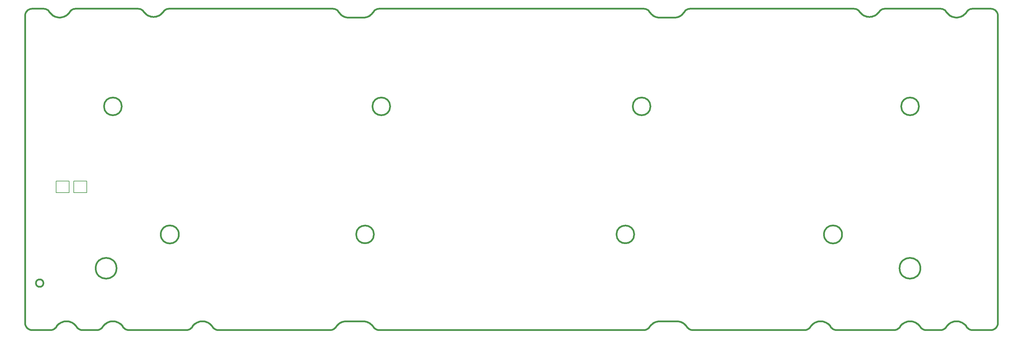
<source format=gbr>
%TF.GenerationSoftware,KiCad,Pcbnew,8.99.0-946-gf00a1ab517*%
%TF.CreationDate,2024-06-06T17:08:16+07:00*%
%TF.ProjectId,Sebas_nuxros,53656261-735f-46e7-9578-726f732e6b69,rev?*%
%TF.SameCoordinates,Original*%
%TF.FileFunction,Profile,NP*%
%FSLAX46Y46*%
G04 Gerber Fmt 4.6, Leading zero omitted, Abs format (unit mm)*
G04 Created by KiCad (PCBNEW 8.99.0-946-gf00a1ab517) date 2024-06-06 17:08:16*
%MOMM*%
%LPD*%
G01*
G04 APERTURE LIST*
%TA.AperFunction,Profile*%
%ADD10C,0.500000*%
%TD*%
%TA.AperFunction,Profile*%
%ADD11C,0.150000*%
%TD*%
G04 APERTURE END LIST*
D10*
X58047022Y-117756353D02*
X58299264Y-117895712D01*
X286150845Y-24060720D02*
X285883480Y-23960996D01*
X25155651Y-117376858D02*
X25326196Y-117144561D01*
X35665705Y-23880000D02*
X17352373Y-23880000D01*
X185263043Y-117376868D02*
X185433613Y-117144596D01*
X36940380Y-24338827D02*
X36715902Y-24177912D01*
X286629727Y-117591494D02*
X286831504Y-117389717D01*
X101935241Y-115529585D02*
X102322074Y-115595291D01*
X104879214Y-117582186D02*
X105108809Y-117756341D01*
X278377074Y-117376854D02*
X278579249Y-117582222D01*
X96178321Y-115529532D02*
X96570085Y-115507542D01*
X106199577Y-118080000D02*
X183740498Y-118080000D01*
X276515451Y-115746836D02*
X276854120Y-115900134D01*
X37312591Y-24745202D02*
X37140549Y-24529133D01*
X11775719Y-26331554D02*
X11422568Y-26214944D01*
X185057101Y-24378437D02*
X184827427Y-24204045D01*
X10190820Y-25399649D02*
X9945500Y-25120130D01*
X263261458Y-115900134D02*
X263581956Y-116088488D01*
X50664099Y-117895706D02*
X50916340Y-117756345D01*
X43917878Y-24049443D02*
X43673367Y-24177895D01*
X270875188Y-23900792D02*
X270587639Y-23880000D01*
X251536951Y-25765823D02*
X251204046Y-25940717D01*
X259147501Y-116561490D02*
X259421059Y-116309772D01*
X231640794Y-117895734D02*
X231893038Y-117756373D01*
X185659900Y-52493851D02*
G75*
G02*
X180459900Y-52493851I-2600000J0D01*
G01*
X180459900Y-52493851D02*
G75*
G02*
X185659900Y-52493851I2600000J0D01*
G01*
X246490795Y-24338841D02*
X246266316Y-24177932D01*
X105364961Y-24064543D02*
X105112599Y-24204085D01*
X187617966Y-115595270D02*
X188004803Y-115529567D01*
X4056535Y-23961013D02*
X3789170Y-24060735D01*
X103728821Y-25691475D02*
X103408650Y-25918763D01*
X43448886Y-24338810D02*
X43248716Y-24529118D01*
X94211109Y-24584044D02*
X94008905Y-24378434D01*
X29899779Y-115900133D02*
X30220277Y-116088487D01*
X194113253Y-26108789D02*
X193750517Y-26259100D01*
X264986606Y-117582194D02*
X265216201Y-117756359D01*
X231371139Y-117997395D02*
X231640794Y-117895734D01*
X4620000Y-118080000D02*
X10040466Y-118080000D01*
X35941242Y-23899062D02*
X35665705Y-23880000D01*
X54667559Y-115512481D02*
X55037209Y-115551910D01*
X275799050Y-115551911D02*
X276162434Y-115630324D01*
X16627608Y-116088545D02*
X16926318Y-116309822D01*
X103725131Y-116270747D02*
X104017755Y-116532144D01*
X236377273Y-115630323D02*
X236730291Y-115746835D01*
X274689251Y-26410032D02*
X274325722Y-26331554D01*
X260731956Y-115630324D02*
X261095340Y-115551911D01*
X14882414Y-115512557D02*
X15252059Y-115551984D01*
X186214899Y-116270730D02*
X186534944Y-116043727D01*
X28844709Y-115551910D02*
X29208093Y-115630323D01*
X29561111Y-115746835D02*
X29899779Y-115900133D01*
X58299264Y-117895712D02*
X58568916Y-117997373D01*
X94095766Y-116532093D02*
X94388395Y-116270691D01*
X233527272Y-116088487D02*
X233847771Y-115900133D01*
X56711491Y-116309771D02*
X56985049Y-116561490D01*
X18783729Y-117997412D02*
X19065191Y-118059264D01*
X2800738Y-25049170D02*
X2701017Y-25316535D01*
X11083785Y-26061521D02*
X10763194Y-25873017D01*
X40941322Y-26178731D02*
X40570149Y-26239104D01*
X252397417Y-25042948D02*
X252137101Y-25314332D01*
X2640361Y-25595370D02*
X2620000Y-25880000D01*
X275057652Y-115512482D02*
X275429400Y-115512482D01*
X259719772Y-116088487D02*
X260040271Y-115900134D01*
X2640358Y-116364629D02*
X2701016Y-116643463D01*
X196105411Y-116824610D02*
X196332566Y-117144561D01*
X285320012Y-23880000D02*
X279902376Y-23880000D01*
X104882926Y-24378468D02*
X104680718Y-24584066D01*
X236013889Y-115551910D02*
X236377273Y-115630323D01*
X38402756Y-25765822D02*
X38090536Y-25556221D01*
X52871091Y-115900133D02*
X53209759Y-115746836D01*
X10464415Y-25651559D02*
X10190820Y-25399649D01*
X271156762Y-23962701D02*
X270875188Y-23900792D01*
X17064824Y-23900783D02*
X16783250Y-23962692D01*
X277749192Y-25399649D02*
X277475598Y-25651560D01*
X237068959Y-115900133D02*
X237389457Y-116088487D01*
X278808843Y-117756398D02*
X279061087Y-117895767D01*
X104697501Y-90030000D02*
G75*
G02*
X99497501Y-90030000I-2600000J0D01*
G01*
X99497501Y-90030000D02*
G75*
G02*
X104697501Y-90030000I2600000J0D01*
G01*
X193750517Y-26259100D02*
X193373226Y-26367834D01*
X195069740Y-25429778D02*
X194777042Y-25691502D01*
X276854120Y-115900134D02*
X277174618Y-116088487D01*
X266306990Y-118080000D02*
X270587401Y-118080000D01*
X26678591Y-115900133D02*
X27017259Y-115746836D01*
X246266316Y-24177932D02*
X246021811Y-24049481D01*
X270874832Y-118059238D02*
X271156295Y-117997383D01*
X3789172Y-117899255D02*
X4056536Y-117998976D01*
X239827059Y-118059240D02*
X240114490Y-118080000D01*
X231893038Y-117756373D02*
X232122634Y-117582205D01*
X258315134Y-117582205D02*
X258517314Y-117376847D01*
X93234335Y-117582182D02*
X93436519Y-117376833D01*
X195558368Y-24816601D02*
X195331279Y-25136916D01*
X9731224Y-24816159D02*
X9560676Y-24583711D01*
X25785821Y-116561490D02*
X26059379Y-116309771D01*
X277473332Y-116309771D02*
X277746890Y-116561490D01*
X195231182Y-116043685D02*
X195551239Y-116270690D01*
X41303875Y-26078884D02*
X40941322Y-26178731D01*
X279061087Y-117895767D02*
X279330744Y-117997434D01*
X31624926Y-117582190D02*
X31854522Y-117756353D01*
X14141027Y-115551984D02*
X14510672Y-115512557D01*
X286629737Y-24368489D02*
X286401297Y-24197479D01*
X24723864Y-117756375D02*
X24953464Y-117582211D01*
X17445192Y-116840839D02*
X17659501Y-117144588D01*
X287238990Y-116643463D02*
X287299647Y-116364629D01*
X194456870Y-25918792D02*
X194113253Y-26108789D01*
X32376416Y-117997373D02*
X32657879Y-118059226D01*
X94708445Y-116043687D02*
X95051894Y-115853936D01*
X53562776Y-115630323D02*
X53926160Y-115551910D01*
X238794106Y-117582194D02*
X239023701Y-117756359D01*
X275430960Y-26449494D02*
X275059056Y-26449494D01*
X14626816Y-25873017D02*
X14306224Y-26061522D01*
X232495376Y-117144561D02*
X232709684Y-116840804D01*
X19352620Y-118080000D02*
X23633060Y-118080000D01*
X186874952Y-26108784D02*
X186531334Y-25918788D01*
X232709684Y-116840804D02*
X232955001Y-116561490D01*
X287299656Y-25595369D02*
X287239000Y-25316532D01*
X93004740Y-117756345D02*
X93234335Y-117582182D01*
X57817426Y-117582190D02*
X58047022Y-117756353D01*
X285604643Y-23900336D02*
X285320012Y-23880000D01*
X263880670Y-116309772D02*
X264154228Y-116561491D01*
X97345904Y-26455644D02*
X96953878Y-26433620D01*
X278379321Y-24583701D02*
X278208788Y-24816159D01*
X187237688Y-26259096D02*
X186874952Y-26108784D01*
X95791480Y-115595233D02*
X96178321Y-115529532D01*
X230802240Y-118080000D02*
X231089673Y-118059245D01*
X272740823Y-25399649D02*
X272495503Y-25120130D01*
X273972571Y-26214944D02*
X273633788Y-26061521D01*
X185918456Y-25429783D02*
X185656909Y-25136927D01*
X52550592Y-116088487D02*
X52871091Y-115900133D01*
X277174618Y-116088487D02*
X277473332Y-116309771D01*
X105916408Y-23900798D02*
X105634767Y-23962742D01*
X274324617Y-115630324D02*
X274688001Y-115551911D01*
X50112989Y-118059230D02*
X50394449Y-117997371D01*
X52251879Y-116309771D02*
X52550592Y-116088487D01*
X188396563Y-115507638D02*
X193369510Y-115507542D01*
X104283067Y-25136903D02*
X104021521Y-25429757D01*
X279333241Y-23962669D02*
X279063487Y-24064413D01*
X57444673Y-117144561D02*
X57615244Y-117376838D01*
X105912153Y-118059204D02*
X106199577Y-118080000D01*
X276162434Y-115630324D02*
X276515451Y-115746836D01*
X41653623Y-25940717D02*
X41303875Y-26078884D01*
X258902184Y-116840804D02*
X259147501Y-116561490D01*
X104021521Y-25429757D02*
X103728821Y-25691475D01*
X13085973Y-115900197D02*
X13424637Y-115746904D01*
X56092279Y-115900133D02*
X56412777Y-116088487D01*
X265738095Y-117997385D02*
X266019559Y-118059240D01*
X239275943Y-117895721D02*
X239545595Y-117997385D01*
X273971600Y-115746836D02*
X274324617Y-115630324D01*
X239545595Y-117997385D02*
X239827059Y-118059240D01*
X10879009Y-117895737D02*
X11131253Y-117756382D01*
X32657879Y-118059226D02*
X32945309Y-118080000D01*
X278579249Y-117582222D02*
X278808843Y-117756398D01*
X192594102Y-26455652D02*
X188394102Y-26455652D01*
X197738272Y-118059231D02*
X198025703Y-118080000D01*
X91913960Y-118080000D02*
X92201389Y-118059230D01*
X30792549Y-116561490D02*
X31037866Y-116840803D01*
X271908472Y-24378218D02*
X271678827Y-24203920D01*
X104680718Y-24584066D02*
X104510166Y-24816598D01*
X15199189Y-25399649D02*
X14925595Y-25651560D01*
X106204030Y-23880000D02*
X105916408Y-23900798D01*
X36471395Y-24049457D02*
X36211523Y-23955912D01*
X8037636Y-23880000D02*
X4620000Y-23880000D01*
X271678827Y-24203920D02*
X271426510Y-24064448D01*
X57230366Y-116840803D02*
X57444673Y-117144561D01*
X194777042Y-25691502D02*
X194456870Y-25918792D01*
X101543484Y-115507592D02*
X101935241Y-115529585D01*
X265468443Y-117895721D02*
X265738095Y-117997385D01*
X272110672Y-24583721D02*
X271908472Y-24378218D01*
X23920494Y-118059243D02*
X24201961Y-117997393D01*
X278811165Y-24203885D02*
X278581519Y-24378189D01*
X287320012Y-25880000D02*
X287299656Y-25595369D01*
X44448040Y-23899061D02*
X44177754Y-23955903D01*
X193761280Y-115529528D02*
X194148128Y-115595229D01*
X93257054Y-23962694D02*
X92975405Y-23900755D01*
X259421059Y-116309772D02*
X259719772Y-116088487D01*
X31422744Y-117376838D02*
X31624926Y-117582190D01*
X13967441Y-26214945D02*
X13614291Y-26331554D01*
X30878666Y-52493818D02*
G75*
G02*
X25678666Y-52493818I-2600000J0D01*
G01*
X25678666Y-52493818D02*
G75*
G02*
X30878666Y-52493818I2600000J0D01*
G01*
X275800764Y-26410032D02*
X275430960Y-26449494D01*
X27370276Y-115630323D02*
X27733660Y-115551910D01*
X44177754Y-23955903D02*
X43917878Y-24049443D01*
X104510166Y-24816598D02*
X104283067Y-25136903D01*
X195331279Y-25136916D02*
X195069740Y-25429778D01*
X195551239Y-116270690D02*
X195843875Y-116532093D01*
X248998385Y-26178731D02*
X248635832Y-26078884D01*
X10327895Y-118059243D02*
X10609357Y-117997394D01*
X104279281Y-116824653D02*
X104506452Y-117144579D01*
X51348119Y-117376833D02*
X51518696Y-117144561D01*
X15658785Y-24816159D02*
X15444509Y-25120130D01*
X3310279Y-24368500D02*
X3108502Y-24570278D01*
X96189498Y-26259085D02*
X95826766Y-26108770D01*
X286401297Y-24197479D02*
X286150845Y-24060720D01*
X39085409Y-26078884D02*
X38735661Y-25940716D01*
X265216201Y-117756359D02*
X265468443Y-117895721D01*
X196934915Y-117756355D02*
X197187157Y-117895715D01*
X105630696Y-117997351D02*
X105912153Y-118059204D01*
X262922790Y-115746836D02*
X263261458Y-115900134D01*
X43076692Y-24745202D02*
X42846994Y-25042948D01*
X196332566Y-117144561D02*
X196503137Y-117376839D01*
X9945500Y-25120130D02*
X9731224Y-24816159D01*
X93436519Y-117376833D02*
X93607096Y-117144561D01*
X2701016Y-116643463D02*
X2800738Y-116910827D01*
X194525190Y-115703819D02*
X194887727Y-115853933D01*
X103061645Y-115853998D02*
X103405087Y-116043747D01*
X185060861Y-117582214D02*
X185263043Y-117376868D01*
X23633060Y-118080000D02*
X23920494Y-118059243D01*
X42586678Y-25314332D02*
X42298748Y-25556221D01*
X252627115Y-24745202D02*
X252397417Y-25042948D01*
X187614978Y-26367834D02*
X187237688Y-26259096D01*
X92201389Y-118059230D02*
X92482849Y-117997371D01*
X44723579Y-23880000D02*
X44448040Y-23899061D01*
X251204046Y-25940717D02*
X250854298Y-26078884D01*
X186878389Y-115853975D02*
X187240915Y-115703861D01*
X252999327Y-24338829D02*
X252799157Y-24529134D01*
X15252059Y-115551984D02*
X15615437Y-115630395D01*
X261095340Y-115551911D02*
X261464990Y-115512482D01*
X237389457Y-116088487D02*
X237688171Y-116309771D01*
X276856227Y-26061522D02*
X276517444Y-26214945D01*
X277475598Y-25651560D02*
X277176819Y-25873017D01*
X93834238Y-116824609D02*
X94095766Y-116532093D01*
X14306224Y-26061522D02*
X13967441Y-26214945D01*
X12765478Y-116088545D02*
X13085973Y-115900197D01*
X238207046Y-116840803D02*
X238421353Y-117144561D01*
X102325020Y-26367824D02*
X101937929Y-26433628D01*
X238421353Y-117144561D02*
X238591924Y-117376840D01*
X94388395Y-116270691D02*
X94708445Y-116043687D01*
X180897500Y-90030000D02*
G75*
G02*
X175697500Y-90030000I-2600000J0D01*
G01*
X175697500Y-90030000D02*
G75*
G02*
X180897500Y-90030000I2600000J0D01*
G01*
X4335371Y-118059632D02*
X4620000Y-118080000D01*
X260040271Y-115900134D02*
X260378939Y-115746836D01*
X105634767Y-23962742D02*
X105364961Y-24064543D01*
X248286084Y-25940716D02*
X247953179Y-25765822D01*
X51978321Y-116561490D02*
X52251879Y-116309771D01*
X266019559Y-118059240D02*
X266306990Y-118080000D01*
X235272491Y-115512481D02*
X235644239Y-115512481D01*
X18514078Y-117895749D02*
X18783729Y-117997412D01*
X28103311Y-115512481D02*
X28475059Y-115512481D01*
X237688171Y-116309771D02*
X237961729Y-116561490D01*
X272281227Y-24816159D02*
X272110672Y-24583721D01*
X195931126Y-24378467D02*
X195728918Y-24584066D01*
X92482849Y-117997371D02*
X92752499Y-117895706D01*
X39447962Y-26178731D02*
X39085409Y-26078884D01*
X17830067Y-117376868D02*
X18032245Y-117582223D01*
X3108504Y-117389716D02*
X3310281Y-117591492D01*
X105108809Y-117756341D02*
X105361049Y-117895693D01*
X247953179Y-25765822D02*
X247640959Y-25556221D01*
X251849171Y-25556221D02*
X251536951Y-25765823D01*
X196705319Y-117582191D02*
X196934915Y-117756355D01*
X11422568Y-26214944D02*
X11083785Y-26061521D01*
X271426510Y-24064448D02*
X271156762Y-23962701D01*
X231089673Y-118059245D02*
X231371139Y-117997395D01*
X58850379Y-118059226D02*
X59137809Y-118080000D01*
X12193211Y-116561533D02*
X12466768Y-116309822D01*
X277176819Y-25873017D02*
X276856227Y-26061522D01*
X245761941Y-23955939D02*
X245491662Y-23899088D01*
X188004803Y-115529567D02*
X188396563Y-115507638D01*
X287139279Y-25049165D02*
X287002522Y-24798711D01*
X234902840Y-115551910D02*
X235272491Y-115512481D01*
X11360850Y-117582224D02*
X11563035Y-117376876D01*
X262569773Y-115630324D02*
X262922790Y-115746836D01*
X103405087Y-116043747D02*
X103725131Y-116270747D01*
X2800738Y-116910827D02*
X2937496Y-117161277D01*
X287239000Y-25316532D02*
X287139279Y-25049165D01*
X13614291Y-26331554D02*
X13250761Y-26410032D01*
X257282173Y-118059245D02*
X257563639Y-117997395D01*
X270587639Y-23880000D02*
X254274002Y-23880000D01*
X271156295Y-117997383D02*
X271425947Y-117895719D01*
X8325189Y-23900749D02*
X8037636Y-23880000D01*
X13777649Y-115630395D02*
X14141027Y-115551984D01*
X56412777Y-116088487D02*
X56711491Y-116309771D01*
X197187157Y-117895715D02*
X197456809Y-117997377D01*
X57615244Y-117376838D02*
X57817426Y-117582190D01*
X276517444Y-26214945D02*
X276164294Y-26331554D01*
X54295811Y-115512481D02*
X54667559Y-115512481D01*
X263581956Y-116088488D02*
X263880670Y-116309772D01*
X16513503Y-24064441D02*
X16261188Y-24203916D01*
X27733660Y-115551910D02*
X28103311Y-115512481D01*
X10609357Y-117997394D02*
X10879009Y-117895737D01*
X95162982Y-25691482D02*
X94870286Y-25429760D01*
X101937929Y-26433628D02*
X101545904Y-26455644D01*
X232324814Y-117376847D02*
X232495376Y-117144561D01*
X16783250Y-23962692D02*
X16513503Y-24064441D01*
X24201961Y-117997393D02*
X24471617Y-117895733D01*
X196413163Y-24064542D02*
X196160800Y-24204084D01*
X95051894Y-115853936D02*
X95414424Y-115703822D01*
X196503137Y-117376839D02*
X196705319Y-117582191D01*
X272280537Y-117144561D02*
X272494845Y-116840804D01*
X13424637Y-115746904D02*
X13777649Y-115630395D01*
X275059056Y-26449494D02*
X274689251Y-26410032D01*
X273633788Y-26061521D02*
X273313197Y-25873017D01*
X277992207Y-116840803D02*
X278206514Y-117144561D01*
X285883475Y-117998983D02*
X286150838Y-117899260D01*
X28475059Y-115512481D02*
X28844709Y-115551910D01*
X51733004Y-116840804D02*
X51978321Y-116561490D01*
X277994512Y-25120130D02*
X277749192Y-25399649D01*
X279614821Y-23900770D02*
X279333241Y-23962669D01*
X17352373Y-23880000D02*
X17064824Y-23900783D01*
X250854298Y-26078884D02*
X250491745Y-26178731D01*
X4620000Y-23880000D02*
X4335370Y-23900357D01*
X272109967Y-117376840D02*
X272280537Y-117144561D01*
X96953878Y-26433620D02*
X96566785Y-26367825D01*
X36715902Y-24177912D02*
X36471395Y-24049457D01*
X93526866Y-24064495D02*
X93257054Y-23962694D01*
X18261838Y-117756389D02*
X18514078Y-117895749D01*
X55037209Y-115551910D02*
X55400593Y-115630323D01*
X246021811Y-24049481D02*
X245761941Y-23955939D01*
X261464990Y-115512482D02*
X261836738Y-115512482D01*
X12509053Y-26449494D02*
X12139248Y-26410032D01*
X25540504Y-116840804D02*
X25785821Y-116561490D01*
X94008905Y-24378434D02*
X93779232Y-24204043D01*
X250491745Y-26178731D02*
X250120572Y-26239104D01*
X285320012Y-118080000D02*
X285604641Y-118059641D01*
X53926160Y-115551910D02*
X54295811Y-115512481D01*
X247092712Y-25042948D02*
X246863014Y-24745202D01*
X257833294Y-117895734D02*
X258085538Y-117756373D01*
X232122634Y-117582205D02*
X232324814Y-117376847D01*
X38735661Y-25940716D02*
X38402756Y-25765822D01*
X185259305Y-24584047D02*
X185057101Y-24378437D01*
X102322074Y-115595291D02*
X102699122Y-115703883D01*
X8606767Y-23962661D02*
X8325189Y-23900749D01*
X101545904Y-26455644D02*
X97345904Y-26455644D01*
X93779232Y-24204043D02*
X93526866Y-24064495D01*
X185922275Y-116532131D02*
X186214899Y-116270730D01*
X253998466Y-23899070D02*
X253728184Y-23955919D01*
X102699122Y-115703883D02*
X103061645Y-115853998D01*
X27017259Y-115746836D02*
X27370276Y-115630323D01*
X9560676Y-24583711D02*
X9358479Y-24378198D01*
X32106764Y-117895712D02*
X32376416Y-117997373D01*
X92975405Y-23900755D02*
X92687777Y-23880000D01*
X245216128Y-23880000D02*
X197252234Y-23880000D01*
X43248716Y-24529118D02*
X43076692Y-24745202D01*
X196160800Y-24204084D02*
X195931126Y-24378467D01*
X197456809Y-117997377D02*
X197738272Y-118059231D01*
X10763194Y-25873017D02*
X10464415Y-25651559D01*
X9358479Y-24378198D02*
X9128835Y-24203892D01*
X184831268Y-117756372D02*
X185060861Y-117582214D01*
X15615437Y-115630395D02*
X15968449Y-115746904D01*
X279330744Y-117997434D02*
X279612213Y-118059288D01*
X30518991Y-116309771D02*
X30792549Y-116561490D01*
X278208788Y-24816159D02*
X277994512Y-25120130D01*
X184309381Y-117997387D02*
X184579029Y-117895728D01*
X195728918Y-24584066D02*
X195558368Y-24816601D01*
X185433613Y-117144596D02*
X185660750Y-116824646D01*
X39819134Y-26239104D02*
X39447962Y-26178731D01*
X7955131Y-104317498D02*
G75*
G02*
X5755131Y-104317498I-1100000J0D01*
G01*
X5755131Y-104317498D02*
G75*
G02*
X7955131Y-104317498I1100000J0D01*
G01*
X2620000Y-25880000D02*
X2620000Y-116080000D01*
X187240915Y-115703861D02*
X187617966Y-115595270D01*
X279063487Y-24064413D02*
X278811165Y-24203885D01*
X14925595Y-25651560D02*
X14626816Y-25873017D01*
X278581519Y-24378189D02*
X278379321Y-24583701D01*
X26358092Y-116088487D02*
X26678591Y-115900133D01*
X40570149Y-26239104D02*
X40194642Y-26259306D01*
X15968449Y-115746904D02*
X16307113Y-115900197D01*
X40194642Y-26259306D02*
X39819134Y-26239104D01*
X50394449Y-117997371D02*
X50664099Y-117895706D01*
X287320012Y-116080000D02*
X287320012Y-25880000D01*
X51145935Y-117582182D02*
X51348119Y-117376833D01*
X4335370Y-23900357D02*
X4056535Y-23961013D01*
X264672549Y-99955671D02*
G75*
G02*
X258572549Y-99955671I-3050000J0D01*
G01*
X258572549Y-99955671D02*
G75*
G02*
X264672549Y-99955671I3050000J0D01*
G01*
X55753611Y-115746835D02*
X56092279Y-115900133D01*
X17199875Y-116561533D02*
X17445192Y-116840839D01*
X11733585Y-117144588D02*
X11947894Y-116840839D01*
X12139248Y-26410032D02*
X11775719Y-26331554D01*
X188002073Y-26433628D02*
X187614978Y-26367834D01*
X260378939Y-115746836D02*
X260731956Y-115630324D01*
X15829352Y-24583728D02*
X15658785Y-24816159D01*
X53209759Y-115746836D02*
X53562776Y-115630323D01*
X15444509Y-25120130D02*
X15199189Y-25399649D01*
X10040466Y-118080000D02*
X10327895Y-118059243D01*
X234186439Y-115746836D02*
X234539456Y-115630323D01*
X238591924Y-117376840D02*
X238794106Y-117582194D01*
X258517314Y-117376847D02*
X258687876Y-117144561D01*
X258085538Y-117756373D02*
X258315134Y-117582205D01*
X32945309Y-118080000D02*
X49825560Y-118080000D01*
X271907785Y-117582193D02*
X272109967Y-117376840D01*
X253468312Y-24049462D02*
X253223805Y-24177915D01*
X13250761Y-26410032D02*
X12880957Y-26449494D01*
X273632932Y-115900134D02*
X273971600Y-115746836D01*
X193373226Y-26367834D02*
X192986131Y-26433623D01*
X24471617Y-117895733D02*
X24723864Y-117756375D01*
X287002511Y-117161278D02*
X287139268Y-116910827D01*
X264399544Y-116840804D02*
X264613853Y-117144561D01*
X37802606Y-25314332D02*
X37542289Y-25042948D01*
X26059379Y-116309771D02*
X26358092Y-116088487D01*
X249745065Y-26259306D02*
X249369557Y-26239104D01*
X240114490Y-118080000D02*
X256994740Y-118080000D01*
X184579029Y-117895728D02*
X184831268Y-117756372D01*
X12466768Y-116309822D02*
X12765478Y-116088545D01*
X92687777Y-23880000D02*
X44723579Y-23880000D01*
X12880957Y-26449494D02*
X12509053Y-26449494D01*
X56985049Y-116561490D02*
X57230366Y-116840803D01*
X96570085Y-115507542D02*
X101543484Y-115507592D01*
X2937496Y-117161277D02*
X3108504Y-117389716D01*
X58568916Y-117997373D02*
X58850379Y-118059226D01*
X24953464Y-117582211D02*
X25155651Y-117376858D01*
X96566785Y-26367825D02*
X96189498Y-26259085D01*
X11563035Y-117376876D02*
X11733585Y-117144588D01*
X194887727Y-115853933D02*
X195231182Y-116043685D01*
X102702305Y-26259079D02*
X102325020Y-26367824D01*
X184827427Y-24204045D02*
X184575061Y-24064498D01*
X253223805Y-24177915D02*
X252999327Y-24338829D01*
X185429837Y-24816601D02*
X185259305Y-24584047D01*
X105112599Y-24204085D02*
X104882926Y-24378468D01*
X196964612Y-23900798D02*
X196682970Y-23962741D01*
X93607096Y-117144561D02*
X93834238Y-116824609D01*
X94381641Y-24816598D02*
X94211109Y-24584044D01*
X261836738Y-115512482D02*
X262206389Y-115551911D01*
X184575061Y-24064498D02*
X184305248Y-23962697D01*
X253728184Y-23955919D02*
X253468312Y-24049462D01*
X104506452Y-117144579D02*
X104677029Y-117376844D01*
X245491662Y-23899088D02*
X245216128Y-23880000D01*
X287299647Y-116364629D02*
X287320012Y-116080000D01*
X3310281Y-117591492D02*
X3538721Y-117762499D01*
X19065191Y-118059264D02*
X19352620Y-118080000D01*
X16307113Y-115900197D02*
X16627608Y-116088545D01*
X94608746Y-25136900D02*
X94381641Y-24816598D01*
X271678189Y-117756358D02*
X271907785Y-117582193D01*
X274325722Y-26331554D02*
X273972571Y-26214944D01*
X246690967Y-24529141D02*
X246490795Y-24338841D01*
X4056536Y-117998976D02*
X4335371Y-118059632D01*
X31037866Y-116840803D02*
X31252173Y-117144561D01*
X273014418Y-25651559D02*
X272740823Y-25399649D01*
X273313197Y-25873017D02*
X273014418Y-25651559D01*
X241744275Y-90041263D02*
G75*
G02*
X236444275Y-90041263I-2650000J0D01*
G01*
X236444275Y-90041263D02*
G75*
G02*
X241744275Y-90041263I2650000J0D01*
G01*
X264613853Y-117144561D02*
X264784424Y-117376840D01*
X272740162Y-116561490D02*
X273013720Y-116309772D01*
X37542289Y-25042948D02*
X37312591Y-24745202D01*
X285604641Y-118059641D02*
X285883475Y-117998983D01*
X51518696Y-117144561D02*
X51733004Y-116840804D01*
X248635832Y-26078884D02*
X248286084Y-25940716D01*
X247640959Y-25556221D02*
X247353029Y-25314332D01*
X49825560Y-118080000D02*
X50112989Y-118059230D01*
X277746890Y-116561490D02*
X277992207Y-116840803D01*
X2937495Y-24798718D02*
X2800738Y-25049170D01*
X195843875Y-116532093D02*
X196105411Y-116824610D01*
X285883480Y-23960996D02*
X285604643Y-23900336D01*
X16031547Y-24378219D02*
X15829352Y-24583728D01*
X234539456Y-115630323D02*
X234902840Y-115551910D01*
X186211159Y-25691501D02*
X185918456Y-25429783D01*
X18032245Y-117582223D02*
X18261838Y-117756389D01*
X262206389Y-115551911D02*
X262569773Y-115630324D01*
X257563639Y-117997395D02*
X257833294Y-117895734D01*
X103408650Y-25918763D02*
X103065037Y-26108762D01*
X17659501Y-117144588D02*
X17830067Y-117376868D01*
X264154228Y-116561491D02*
X264399544Y-116840804D01*
X185656909Y-25136927D02*
X185429837Y-24816601D01*
X286831504Y-117389717D02*
X287002511Y-117161278D01*
X36211523Y-23955912D02*
X35941242Y-23899062D01*
X3789170Y-24060735D02*
X3538719Y-24197492D01*
X109459900Y-52493851D02*
G75*
G02*
X104259900Y-52493851I-2600000J0D01*
G01*
X104259900Y-52493851D02*
G75*
G02*
X109459900Y-52493851I2600000J0D01*
G01*
X278206514Y-117144561D02*
X278377074Y-117376854D01*
X16926318Y-116309822D02*
X17199875Y-116561533D01*
X43673367Y-24177895D02*
X43448886Y-24338810D01*
X29208093Y-115630323D02*
X29561111Y-115746835D01*
X264784424Y-117376840D02*
X264986606Y-117582194D01*
X37140549Y-24529133D02*
X36940380Y-24338827D01*
X275429400Y-115512482D02*
X275799050Y-115551911D01*
X193369510Y-115507542D02*
X193761280Y-115529528D01*
X192986131Y-26433623D02*
X192594102Y-26455652D01*
X246863014Y-24745202D02*
X246690967Y-24529141D01*
X25326196Y-117144561D02*
X25540504Y-116840804D01*
X250120572Y-26239104D02*
X249745065Y-26259306D01*
X235644239Y-115512481D02*
X236013889Y-115551910D01*
X274688001Y-115551911D02*
X275057652Y-115512482D01*
X30220277Y-116088487D02*
X30518991Y-116309771D01*
X42846994Y-25042948D02*
X42586678Y-25314332D01*
X29347510Y-99955671D02*
G75*
G02*
X23247510Y-99955671I-3050000J0D01*
G01*
X23247510Y-99955671D02*
G75*
G02*
X29347510Y-99955671I3050000J0D01*
G01*
X197252234Y-23880000D02*
X196964612Y-23900798D01*
X31854522Y-117756353D02*
X32106764Y-117895712D01*
X270587401Y-118080000D02*
X270874832Y-118059238D01*
X252137101Y-25314332D02*
X251849171Y-25556221D01*
X103065037Y-26108762D02*
X102702305Y-26259079D01*
X254274002Y-23880000D02*
X253998466Y-23899070D01*
X287002522Y-24798711D02*
X286831515Y-24570269D01*
X186531334Y-25918788D02*
X186211159Y-25691501D01*
X286831515Y-24570269D02*
X286629737Y-24368489D01*
X3108502Y-24570278D02*
X2937495Y-24798718D01*
X92752499Y-117895706D02*
X93004740Y-117756345D01*
X188394102Y-26455652D02*
X188002073Y-26433628D01*
X184023599Y-23900759D02*
X183735971Y-23880000D01*
X233847771Y-115900133D02*
X234186439Y-115746836D01*
X185660750Y-116824646D02*
X185922275Y-116532131D01*
X2620000Y-116080000D02*
X2640358Y-116364629D01*
X264241252Y-52493818D02*
G75*
G02*
X259041252Y-52493818I-2600000J0D01*
G01*
X259041252Y-52493818D02*
G75*
G02*
X264241252Y-52493818I2600000J0D01*
G01*
X2701017Y-25316535D02*
X2640361Y-25595370D01*
X198025703Y-118080000D02*
X230802240Y-118080000D01*
X183740498Y-118080000D02*
X184027923Y-118059239D01*
X279612213Y-118059288D02*
X279899650Y-118080000D01*
X3538719Y-24197492D02*
X3310279Y-24368500D01*
X94870286Y-25429760D02*
X94608746Y-25136900D01*
X276164294Y-26331554D02*
X275800764Y-26410032D01*
X186534944Y-116043727D02*
X186878389Y-115853975D01*
X273013720Y-116309772D02*
X273312433Y-116088488D01*
X8876517Y-24064413D02*
X8606767Y-23962661D01*
X252799157Y-24529134D02*
X252627115Y-24745202D01*
X47597500Y-90041140D02*
G75*
G02*
X42297500Y-90041140I-2650000J0D01*
G01*
X42297500Y-90041140D02*
G75*
G02*
X47597500Y-90041140I2650000J0D01*
G01*
X11131253Y-117756382D02*
X11360850Y-117582224D01*
X95414424Y-115703822D02*
X95791480Y-115595233D01*
X31252173Y-117144561D02*
X31422744Y-117376838D01*
X256994740Y-118080000D02*
X257282173Y-118059245D01*
X105361049Y-117895693D02*
X105630696Y-117997351D01*
X184027923Y-118059239D02*
X184309381Y-117997387D01*
X104677029Y-117376844D02*
X104879214Y-117582186D01*
X41986528Y-25765823D02*
X41653623Y-25940717D01*
X3538721Y-117762499D02*
X3789172Y-117899255D01*
X279902376Y-23880000D02*
X279614821Y-23900770D01*
X258687876Y-117144561D02*
X258902184Y-116840804D01*
X50916340Y-117756345D02*
X51145935Y-117582182D01*
X239023701Y-117756359D02*
X239275943Y-117895721D01*
X287139268Y-116910827D02*
X287238990Y-116643463D01*
X232955001Y-116561490D02*
X233228559Y-116309771D01*
X272495503Y-25120130D02*
X272281227Y-24816159D01*
X95826766Y-26108770D02*
X95483152Y-25918772D01*
X237961729Y-116561490D02*
X238207046Y-116840803D01*
X11947894Y-116840839D02*
X12193211Y-116561533D01*
X271425947Y-117895719D02*
X271678189Y-117756358D01*
X194148128Y-115595229D02*
X194525190Y-115703819D01*
X38090536Y-25556221D02*
X37802606Y-25314332D01*
X249369557Y-26239104D02*
X248998385Y-26178731D01*
X42298748Y-25556221D02*
X41986528Y-25765823D01*
X279899650Y-118080000D02*
X285320012Y-118080000D01*
X95483152Y-25918772D02*
X95162982Y-25691482D01*
X184305248Y-23962697D02*
X184023599Y-23900759D01*
X273312433Y-116088488D02*
X273632932Y-115900134D01*
X286401289Y-117762502D02*
X286629727Y-117591494D01*
X196682970Y-23962741D02*
X196413163Y-24064542D01*
X59137809Y-118080000D02*
X91913960Y-118080000D01*
X9128835Y-24203892D02*
X8876517Y-24064413D01*
X55400593Y-115630323D02*
X55753611Y-115746835D01*
X286150838Y-117899260D02*
X286401289Y-117762502D01*
X104017755Y-116532144D02*
X104279281Y-116824653D01*
X247353029Y-25314332D02*
X247092712Y-25042948D01*
X14510672Y-115512557D02*
X14882414Y-115512557D01*
X16261188Y-24203916D02*
X16031547Y-24378219D01*
X236730291Y-115746835D02*
X237068959Y-115900133D01*
X183735971Y-23880000D02*
X106204030Y-23880000D01*
X233228559Y-116309771D02*
X233527272Y-116088487D01*
X272494845Y-116840804D02*
X272740162Y-116561490D01*
D11*
%TO.C,Dled1*%
X11677500Y-77797500D02*
X11677500Y-74397500D01*
X15477500Y-74397500D02*
X11677500Y-74397500D01*
X15477500Y-77797500D02*
X11677500Y-77797500D01*
X15477500Y-77797500D02*
X15477500Y-74397500D01*
%TO.C,Dled2*%
X16870000Y-77810000D02*
X16870000Y-74410000D01*
X20670000Y-74410000D02*
X16870000Y-74410000D01*
X20670000Y-77810000D02*
X16870000Y-77810000D01*
X20670000Y-77810000D02*
X20670000Y-74410000D01*
%TD*%
M02*

</source>
